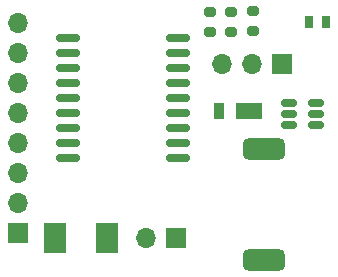
<source format=gbr>
%TF.GenerationSoftware,KiCad,Pcbnew,6.0.7-f9a2dced07~116~ubuntu20.04.1*%
%TF.CreationDate,2023-02-12T14:19:42-08:00*%
%TF.ProjectId,CAN_Controller,43414e5f-436f-46e7-9472-6f6c6c65722e,rev?*%
%TF.SameCoordinates,Original*%
%TF.FileFunction,Soldermask,Top*%
%TF.FilePolarity,Negative*%
%FSLAX46Y46*%
G04 Gerber Fmt 4.6, Leading zero omitted, Abs format (unit mm)*
G04 Created by KiCad (PCBNEW 6.0.7-f9a2dced07~116~ubuntu20.04.1) date 2023-02-12 14:19:42*
%MOMM*%
%LPD*%
G01*
G04 APERTURE LIST*
G04 Aperture macros list*
%AMRoundRect*
0 Rectangle with rounded corners*
0 $1 Rounding radius*
0 $2 $3 $4 $5 $6 $7 $8 $9 X,Y pos of 4 corners*
0 Add a 4 corners polygon primitive as box body*
4,1,4,$2,$3,$4,$5,$6,$7,$8,$9,$2,$3,0*
0 Add four circle primitives for the rounded corners*
1,1,$1+$1,$2,$3*
1,1,$1+$1,$4,$5*
1,1,$1+$1,$6,$7*
1,1,$1+$1,$8,$9*
0 Add four rect primitives between the rounded corners*
20,1,$1+$1,$2,$3,$4,$5,0*
20,1,$1+$1,$4,$5,$6,$7,0*
20,1,$1+$1,$6,$7,$8,$9,0*
20,1,$1+$1,$8,$9,$2,$3,0*%
G04 Aperture macros list end*
%ADD10RoundRect,0.200000X-0.275000X0.200000X-0.275000X-0.200000X0.275000X-0.200000X0.275000X0.200000X0*%
%ADD11R,1.700000X1.700000*%
%ADD12O,1.700000X1.700000*%
%ADD13R,0.780000X0.990000*%
%ADD14R,2.200000X1.400000*%
%ADD15R,0.900000X1.400000*%
%ADD16RoundRect,0.200000X0.275000X-0.200000X0.275000X0.200000X-0.275000X0.200000X-0.275000X-0.200000X0*%
%ADD17RoundRect,0.150000X-0.875000X-0.150000X0.875000X-0.150000X0.875000X0.150000X-0.875000X0.150000X0*%
%ADD18RoundRect,0.445000X1.335000X0.445000X-1.335000X0.445000X-1.335000X-0.445000X1.335000X-0.445000X0*%
%ADD19R,1.900000X2.500000*%
%ADD20RoundRect,0.150000X0.512500X0.150000X-0.512500X0.150000X-0.512500X-0.150000X0.512500X-0.150000X0*%
G04 APERTURE END LIST*
D10*
%TO.C,R3*%
X187925000Y-84375000D03*
X187925000Y-86025000D03*
%TD*%
D11*
%TO.C,J3*%
X183275000Y-103500000D03*
D12*
X180735000Y-103500000D03*
%TD*%
D13*
%TO.C,C5*%
X195950000Y-85250000D03*
X194550000Y-85250000D03*
%TD*%
D14*
%TO.C,D1*%
X189450000Y-92750000D03*
D15*
X186900000Y-92750000D03*
%TD*%
D11*
%TO.C,J1*%
X192250000Y-88750000D03*
D12*
X189710000Y-88750000D03*
X187170000Y-88750000D03*
%TD*%
D10*
%TO.C,R2*%
X189750000Y-84315000D03*
X189750000Y-85965000D03*
%TD*%
D16*
%TO.C,R1*%
X186175000Y-86025000D03*
X186175000Y-84375000D03*
%TD*%
D17*
%TO.C,U2*%
X174140000Y-86580000D03*
X174140000Y-87850000D03*
X174140000Y-89120000D03*
X174140000Y-90390000D03*
X174140000Y-91660000D03*
X174140000Y-92930000D03*
X174140000Y-94200000D03*
X174140000Y-95470000D03*
X174140000Y-96740000D03*
X183440000Y-96740000D03*
X183440000Y-95470000D03*
X183440000Y-94200000D03*
X183440000Y-92930000D03*
X183440000Y-91660000D03*
X183440000Y-90390000D03*
X183440000Y-89120000D03*
X183440000Y-87850000D03*
X183440000Y-86580000D03*
%TD*%
D18*
%TO.C,L1*%
X190750000Y-95950000D03*
X190750000Y-105350000D03*
%TD*%
D19*
%TO.C,Y1*%
X173050000Y-103500000D03*
X177450000Y-103500000D03*
%TD*%
D20*
%TO.C,U4*%
X195137500Y-93950000D03*
X195137500Y-93000000D03*
X195137500Y-92050000D03*
X192862500Y-92050000D03*
X192862500Y-93000000D03*
X192862500Y-93950000D03*
%TD*%
D11*
%TO.C,J2*%
X169900000Y-103075000D03*
D12*
X169900000Y-100535000D03*
X169900000Y-97995000D03*
X169900000Y-95455000D03*
X169900000Y-92915000D03*
X169900000Y-90375000D03*
X169900000Y-87835000D03*
X169900000Y-85295000D03*
%TD*%
M02*

</source>
